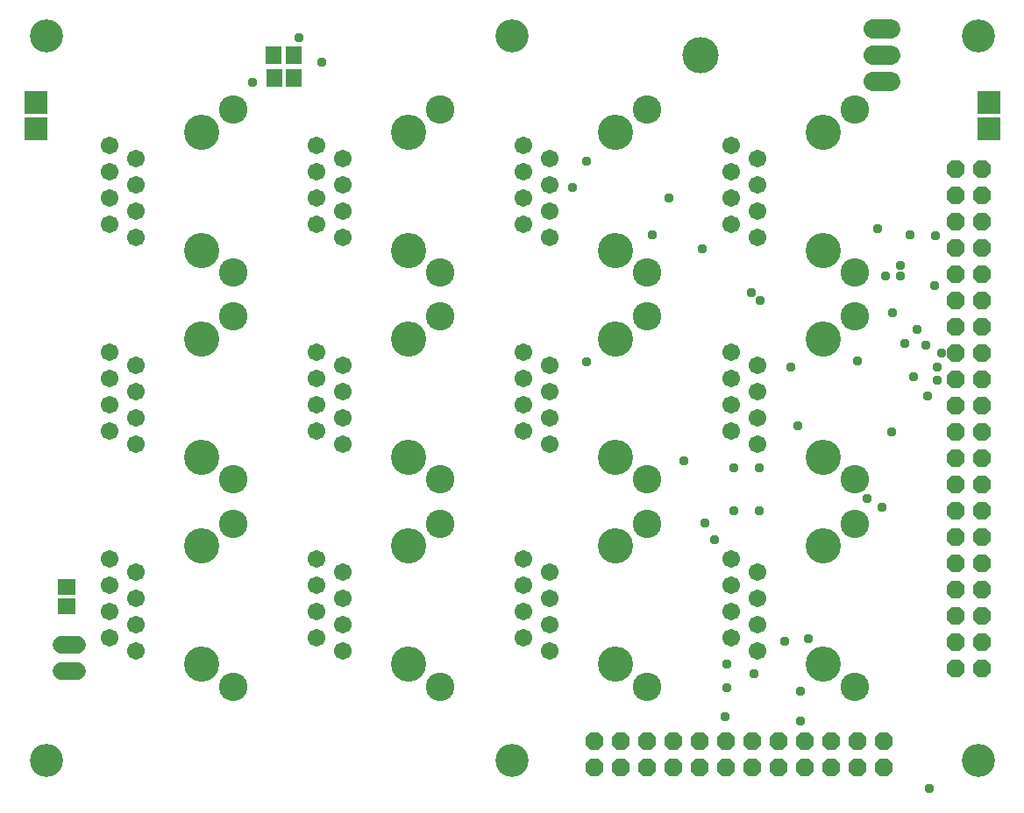
<source format=gbr>
G04 EAGLE Gerber RS-274X export*
G75*
%MOMM*%
%FSLAX34Y34*%
%LPD*%
%INSoldermask Top*%
%IPPOS*%
%AMOC8*
5,1,8,0,0,1.08239X$1,22.5*%
G01*
%ADD10C,1.711200*%
%ADD11C,3.403200*%
%ADD12C,2.753200*%
%ADD13C,3.203200*%
%ADD14R,2.228200X2.228200*%
%ADD15P,1.869504X8X292.500000*%
%ADD16R,1.503200X1.703200*%
%ADD17C,1.879600*%
%ADD18C,3.505200*%
%ADD19C,1.727200*%
%ADD20R,1.703200X1.503200*%
%ADD21P,1.869504X8X22.500000*%
%ADD22C,0.959600*%


D10*
X736500Y555550D03*
X711100Y568250D03*
X736500Y580950D03*
X711100Y593650D03*
X736500Y606350D03*
X711100Y619050D03*
X736500Y631750D03*
X711100Y644450D03*
D11*
X800000Y542850D03*
X800000Y657150D03*
D12*
X830500Y521250D03*
X830500Y678750D03*
D13*
X950000Y50000D03*
X500000Y50000D03*
X50000Y50000D03*
X950000Y750000D03*
X500000Y750000D03*
X50000Y750000D03*
D14*
X960000Y685400D03*
X960000Y660000D03*
X40000Y685400D03*
X40000Y660000D03*
D15*
X953170Y621300D03*
X953170Y595900D03*
X953170Y570500D03*
X953170Y545100D03*
X953170Y519700D03*
X953170Y494300D03*
X953170Y468900D03*
X953170Y443500D03*
X953170Y418100D03*
X953170Y392700D03*
X953170Y367300D03*
X953170Y341900D03*
X953170Y316500D03*
X953170Y291100D03*
X953170Y265700D03*
X953170Y240300D03*
X953170Y214900D03*
X953170Y189500D03*
X953170Y164100D03*
X927770Y621300D03*
X927770Y595900D03*
X927770Y570500D03*
X927770Y545100D03*
X927770Y519700D03*
X927770Y494300D03*
X927770Y468900D03*
X927770Y443500D03*
X927770Y418100D03*
X927770Y392700D03*
X927770Y367300D03*
X927770Y341900D03*
X927770Y316500D03*
X927770Y291100D03*
X927770Y265700D03*
X927770Y240300D03*
X927770Y214900D03*
X927770Y189500D03*
X927770Y164100D03*
X953170Y138700D03*
X927770Y138700D03*
D16*
X288570Y731780D03*
X269570Y731780D03*
X269900Y709670D03*
X288900Y709670D03*
D10*
X536500Y555550D03*
X511100Y568250D03*
X536500Y580950D03*
X511100Y593650D03*
X536500Y606350D03*
X511100Y619050D03*
X536500Y631750D03*
X511100Y644450D03*
D11*
X600000Y542850D03*
X600000Y657150D03*
D12*
X630500Y521250D03*
X630500Y678750D03*
D10*
X336500Y555550D03*
X311100Y568250D03*
X336500Y580950D03*
X311100Y593650D03*
X336500Y606350D03*
X311100Y619050D03*
X336500Y631750D03*
X311100Y644450D03*
D11*
X400000Y542850D03*
X400000Y657150D03*
D12*
X430500Y521250D03*
X430500Y678750D03*
D10*
X136500Y555550D03*
X111100Y568250D03*
X136500Y580950D03*
X111100Y593650D03*
X136500Y606350D03*
X111100Y619050D03*
X136500Y631750D03*
X111100Y644450D03*
D11*
X200000Y542850D03*
X200000Y657150D03*
D12*
X230500Y521250D03*
X230500Y678750D03*
D10*
X136500Y355550D03*
X111100Y368250D03*
X136500Y380950D03*
X111100Y393650D03*
X136500Y406350D03*
X111100Y419050D03*
X136500Y431750D03*
X111100Y444450D03*
D11*
X200000Y342850D03*
X200000Y457150D03*
D12*
X230500Y321250D03*
X230500Y478750D03*
D10*
X336500Y355550D03*
X311100Y368250D03*
X336500Y380950D03*
X311100Y393650D03*
X336500Y406350D03*
X311100Y419050D03*
X336500Y431750D03*
X311100Y444450D03*
D11*
X400000Y342850D03*
X400000Y457150D03*
D12*
X430500Y321250D03*
X430500Y478750D03*
D10*
X536500Y355550D03*
X511100Y368250D03*
X536500Y380950D03*
X511100Y393650D03*
X536500Y406350D03*
X511100Y419050D03*
X536500Y431750D03*
X511100Y444450D03*
D11*
X600000Y342850D03*
X600000Y457150D03*
D12*
X630500Y321250D03*
X630500Y478750D03*
D10*
X736500Y355550D03*
X711100Y368250D03*
X736500Y380950D03*
X711100Y393650D03*
X736500Y406350D03*
X711100Y419050D03*
X736500Y431750D03*
X711100Y444450D03*
D11*
X800000Y342850D03*
X800000Y457150D03*
D12*
X830500Y321250D03*
X830500Y478750D03*
D10*
X736500Y155550D03*
X711100Y168250D03*
X736500Y180950D03*
X711100Y193650D03*
X736500Y206350D03*
X711100Y219050D03*
X736500Y231750D03*
X711100Y244450D03*
D11*
X800000Y142850D03*
X800000Y257150D03*
D12*
X830500Y121250D03*
X830500Y278750D03*
D10*
X536500Y155550D03*
X511100Y168250D03*
X536500Y180950D03*
X511100Y193650D03*
X536500Y206350D03*
X511100Y219050D03*
X536500Y231750D03*
X511100Y244450D03*
D11*
X600000Y142850D03*
X600000Y257150D03*
D12*
X630500Y121250D03*
X630500Y278750D03*
D10*
X336500Y155550D03*
X311100Y168250D03*
X336500Y180950D03*
X311100Y193650D03*
X336500Y206350D03*
X311100Y219050D03*
X336500Y231750D03*
X311100Y244450D03*
D11*
X400000Y142850D03*
X400000Y257150D03*
D12*
X430500Y121250D03*
X430500Y278750D03*
D10*
X136500Y155550D03*
X111100Y168250D03*
X136500Y180950D03*
X111100Y193650D03*
X136500Y206350D03*
X111100Y219050D03*
X136500Y231750D03*
X111100Y244450D03*
D11*
X200000Y142850D03*
X200000Y257150D03*
D12*
X230500Y121250D03*
X230500Y278750D03*
D17*
X848868Y756920D02*
X865632Y756920D01*
X865632Y731520D02*
X848868Y731520D01*
X848868Y706120D02*
X865632Y706120D01*
D18*
X681990Y731520D03*
D19*
X80010Y135890D02*
X64770Y135890D01*
X64770Y161290D02*
X80010Y161290D01*
D20*
X69850Y217780D03*
X69850Y198780D03*
D21*
X579120Y42926D03*
X579120Y68326D03*
X604520Y42926D03*
X604520Y68326D03*
X629920Y42926D03*
X629920Y68326D03*
X655320Y42926D03*
X655320Y68326D03*
X680720Y42926D03*
X680720Y68326D03*
X706120Y42926D03*
X706120Y68326D03*
X731520Y42926D03*
X731520Y68326D03*
X756920Y42926D03*
X756920Y68326D03*
X782320Y42926D03*
X782320Y68326D03*
X807720Y42926D03*
X807720Y68326D03*
X833120Y42926D03*
X833120Y68326D03*
X858520Y42926D03*
X858520Y68326D03*
D22*
X293624Y748030D03*
X874522Y528320D03*
X910618Y417068D03*
X738632Y332486D03*
X738632Y291592D03*
X713740Y332486D03*
X713740Y290830D03*
X706882Y142748D03*
X707136Y120396D03*
X705866Y92202D03*
X778510Y116586D03*
X778510Y87884D03*
X891032Y466598D03*
X249174Y705104D03*
X315976Y724662D03*
X768604Y430022D03*
X571754Y435356D03*
X571754Y628650D03*
X910364Y429768D03*
X887476Y420906D03*
X558038Y604012D03*
X852932Y563626D03*
X884428Y557530D03*
X833120Y436372D03*
X879094Y452628D03*
X874522Y518160D03*
X860580Y518160D03*
X909066Y557276D03*
X899668Y451358D03*
X908050Y508508D03*
X901446Y402082D03*
X651256Y593090D03*
X635508Y558038D03*
X683260Y544068D03*
X731012Y502412D03*
X739394Y494030D03*
X914400Y443484D03*
X902716Y22606D03*
X775462Y373380D03*
X866648Y367030D03*
X665480Y339598D03*
X686054Y279146D03*
X695198Y263398D03*
X733552Y134112D03*
X763270Y164846D03*
X786084Y167686D03*
X842518Y303276D03*
X856996Y294640D03*
X867156Y482854D03*
M02*

</source>
